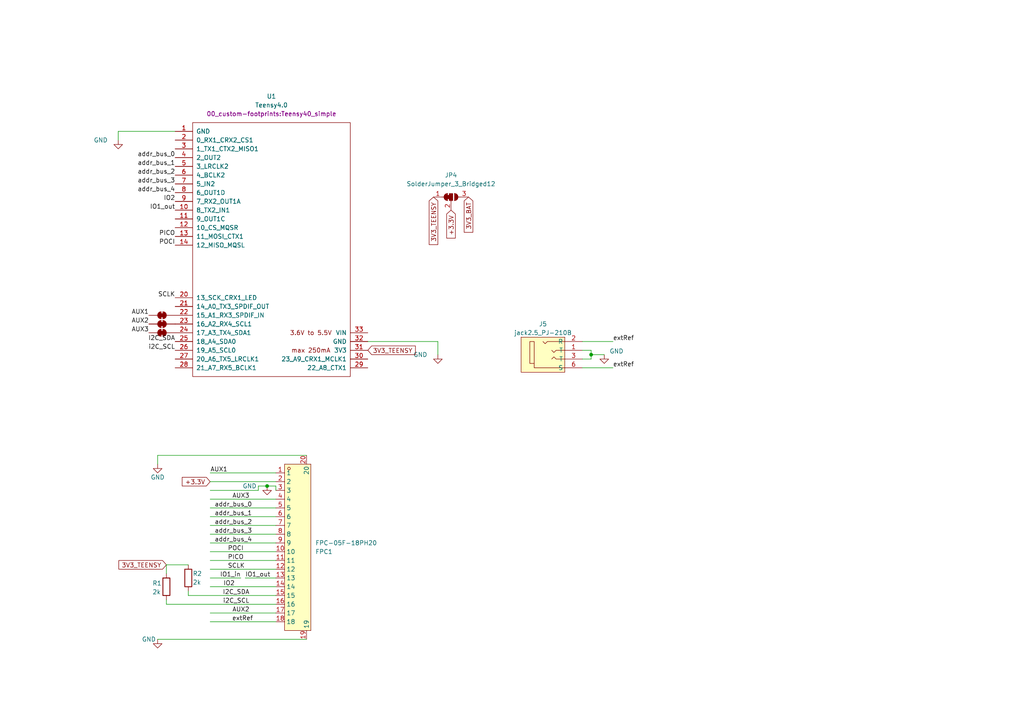
<source format=kicad_sch>
(kicad_sch (version 20231120) (generator "eeschema") (generator_version "8.0")
  (paper "A4")
  (lib_symbols
    (symbol "00_custom:jack2.5_PJ-210B"
      (property "Reference" "J" (at 0 2.54 0))
      (property "Value" "jack2.5_PJ-210B" (at 0 5.08 0))
      (symbol "jack2.5_PJ-210B_0_1"
        (polyline (pts (xy 12.7 -6.35) (xy 10.16 -6.35) (xy 9.525 -5.715) (xy 8.89 -6.35)))
        (polyline (pts (xy 12.7 -3.81) (xy 10.16 -3.81) (xy 9.525 -4.445) (xy 8.89 -3.81)))
        (polyline (pts (xy 12.7 -1.27) (xy 7.62 -1.27) (xy 6.985 -1.905) (xy 6.35 -1.27)))
        (polyline (pts (xy 12.7 -8.89) (xy 3.81 -8.89) (xy 3.81 -1.27) (xy 2.54 -1.27) (xy 2.54 -7.62) (xy 3.81 -7.62)))
        (rectangle (start 12.7 0) (end 0 -10.16) (fill (type background)))
      )
      (symbol "jack2.5_PJ-210B_1_1"
        (pin passive line (at 17.78 -3.81 180) (length 5.08) (name "T") (number "1"))
        (pin passive line (at 17.78 -1.27 180) (length 5.08) (name "R") (number "2"))
        (pin passive line (at 17.78 -6.35 180) (length 5.08) (name "T") (number "3"))
        (pin passive line (at 17.78 -8.89 180) (length 5.08) (name "S") (number "6"))
      )
    )
    (symbol "00_lcsc:FPC-05F-18PH20"
      (property "Reference" "FPC" (at 0 31.75 0))
      (property "Value" "FPC-05F-18PH20" (at 0 -31.75 0))
      (symbol "FPC-05F-18PH20_0_1"
        (rectangle (start -2.54 24.13) (end 5.08 -24.13) (fill (type background)))
        (circle (center -1.27 22.86) (radius 0.38))
        (pin unspecified line (at -5.08 21.59 0) (length 2.54) (name "1") (number "1"))
        (pin unspecified line (at -5.08 -1.27 0) (length 2.54) (name "10") (number "10"))
        (pin unspecified line (at -5.08 -3.81 0) (length 2.54) (name "11") (number "11"))
        (pin unspecified line (at -5.08 -6.35 0) (length 2.54) (name "12") (number "12"))
        (pin unspecified line (at -5.08 -8.89 0) (length 2.54) (name "13") (number "13"))
        (pin unspecified line (at -5.08 -11.43 0) (length 2.54) (name "14") (number "14"))
        (pin unspecified line (at -5.08 -13.97 0) (length 2.54) (name "15") (number "15"))
        (pin unspecified line (at -5.08 -16.51 0) (length 2.54) (name "16") (number "16"))
        (pin unspecified line (at -5.08 -19.05 0) (length 2.54) (name "17") (number "17"))
        (pin unspecified line (at -5.08 -21.59 0) (length 2.54) (name "18") (number "18"))
        (pin unspecified line (at 3.81 -26.67 90) (length 2.54) (name "19") (number "19"))
        (pin unspecified line (at -5.08 19.05 0) (length 2.54) (name "2") (number "2"))
        (pin unspecified line (at 3.81 26.67 270) (length 2.54) (name "20") (number "20"))
        (pin unspecified line (at -5.08 16.51 0) (length 2.54) (name "3") (number "3"))
        (pin unspecified line (at -5.08 13.97 0) (length 2.54) (name "4") (number "4"))
        (pin unspecified line (at -5.08 11.43 0) (length 2.54) (name "5") (number "5"))
        (pin unspecified line (at -5.08 8.89 0) (length 2.54) (name "6") (number "6"))
        (pin unspecified line (at -5.08 6.35 0) (length 2.54) (name "7") (number "7"))
        (pin unspecified line (at -5.08 3.81 0) (length 2.54) (name "8") (number "8"))
        (pin unspecified line (at -5.08 1.27 0) (length 2.54) (name "9") (number "9"))
      )
    )
    (symbol "Device:R" (pin_numbers hide) (pin_names (offset 0))
      (property "Reference" "R" (at 2.032 0 90))
      (property "Value" "R" (at 0 0 90))
      (symbol "R_0_1"
        (rectangle (start -1.016 -2.54) (end 1.016 2.54) (stroke (width 0.254)))
      )
      (symbol "R_1_1"
        (pin passive line (at 0 3.81 270) (length 1.27) (name "~") (number "1"))
        (pin passive line (at 0 -3.81 90) (length 1.27) (name "~") (number "2"))
      )
    )
    (symbol "Jumper:SolderJumper_2_Bridged" (pin_numbers hide) (pin_names (offset 0) hide) (exclude_from_sim yes) (in_bom no)
      (property "Reference" "JP" (at 0 2.032 0))
      (property "Value" "SolderJumper_2_Bridged" (at 0 -2.54 0))
      (symbol "SolderJumper_2_Bridged_0_1"
        (rectangle (start -0.508 0.508) (end 0.508 -0.508) (fill (type outline)))
        (arc (start -0.254 1.016) (mid -1.2656 0) (end -0.254 -1.016))
        (arc (start -0.254 1.016) (mid -1.2656 0) (end -0.254 -1.016) (fill (type outline)))
        (polyline (pts (xy -0.254 1.016) (xy -0.254 -1.016)))
        (polyline (pts (xy 0.254 1.016) (xy 0.254 -1.016)))
        (arc (start 0.254 -1.016) (mid 1.2656 0) (end 0.254 1.016))
        (arc (start 0.254 -1.016) (mid 1.2656 0) (end 0.254 1.016) (fill (type outline)))
      )
      (symbol "SolderJumper_2_Bridged_1_1"
        (pin passive line (at -3.81 0 0) (length 2.54) (name "A") (number "1"))
        (pin passive line (at 3.81 0 180) (length 2.54) (name "B") (number "2"))
      )
    )
    (symbol "Jumper:SolderJumper_3_Bridged12" (pin_names (offset 0) hide) (exclude_from_sim yes) (in_bom no)
      (property "Reference" "JP" (at -2.54 -2.54 0))
      (property "Value" "SolderJumper_3_Bridged12" (at 0 2.794 0))
      (symbol "SolderJumper_3_Bridged12_0_1"
        (rectangle (start -1.016 0.508) (end -0.508 -0.508) (fill (type outline)))
        (arc (start -1.016 1.016) (mid -2.0276 0) (end -1.016 -1.016))
        (arc (start -1.016 1.016) (mid -2.0276 0) (end -1.016 -1.016) (fill (type outline)))
        (rectangle (start -0.508 1.016) (end 0.508 -1.016) (fill (type outline)))
        (polyline (pts (xy -2.54 0) (xy -2.032 0)))
        (polyline (pts (xy -1.016 1.016) (xy -1.016 -1.016)))
        (polyline (pts (xy 0 -1.27) (xy 0 -1.016)))
        (polyline (pts (xy 1.016 1.016) (xy 1.016 -1.016)))
        (polyline (pts (xy 2.54 0) (xy 2.032 0)))
        (arc (start 1.016 -1.016) (mid 2.0276 0) (end 1.016 1.016))
        (arc (start 1.016 -1.016) (mid 2.0276 0) (end 1.016 1.016) (fill (type outline)))
      )
      (symbol "SolderJumper_3_Bridged12_1_1"
        (pin passive line (at -5.08 0 0) (length 2.54) (name "A") (number "1"))
        (pin passive line (at 0 -3.81 90) (length 2.54) (name "C") (number "2"))
        (pin passive line (at 5.08 0 180) (length 2.54) (name "B") (number "3"))
      )
    )
    (symbol "power:GND" (power) (pin_names (offset 0))
      (property "Value" "GND" (at 0 -3.81 0))
      (symbol "GND_0_1"
        (polyline (pts (xy 0 0) (xy 0 -1.27) (xy 1.27 -1.27) (xy 0 -2.54) (xy -1.27 -1.27) (xy 0 -1.27)))
      )
      (symbol "GND_1_1"
        (pin power_in line (at 0 0 270) (length 0) hide (name "GND") (number "1"))
      )
    )
    (symbol "teensy:Teensy4.0_simple" (pin_names (offset 1.016))
      (property "Reference" "U" (at 0 39.37 0))
      (property "Value" "Teensy4.0" (at 0 -39.37 0))
      (property "Footprint" "00_custom-footprints:Teensy40_SMT3" (at -10.16 5.08 0))
      (symbol "Teensy4.0_simple_0_0"
        (text "3.6V to 5.5V" (at 11.43 -24.13 0) (effects (font (size 1.27 1.27))))
        (text "max 250mA" (at 11.43 -29.21 0) (effects (font (size 1.27 1.27))))
        (pin bidirectional line (at -27.94 11.43 0) (length 5.08) (name "8_TX2_IN1") (number "10"))
        (pin bidirectional line (at -27.94 8.89 0) (length 5.08) (name "9_OUT1C") (number "11"))
        (pin bidirectional line (at -27.94 6.35 0) (length 5.08) (name "10_CS_MQSR") (number "12"))
        (pin bidirectional line (at -27.94 3.81 0) (length 5.08) (name "11_MOSI_CTX1") (number "13"))
        (pin bidirectional line (at -27.94 1.27 0) (length 5.08) (name "12_MISO_MQSL") (number "14"))
        (pin bidirectional line (at -27.94 -13.97 0) (length 5.08) (name "13_SCK_CRX1_LED") (number "20"))
        (pin bidirectional line (at -27.94 -16.51 0) (length 5.08) (name "14_A0_TX3_SPDIF_OUT") (number "21"))
        (pin bidirectional line (at -27.94 -19.05 0) (length 5.08) (name "15_A1_RX3_SPDIF_IN") (number "22"))
        (pin bidirectional line (at -27.94 -21.59 0) (length 5.08) (name "16_A2_RX4_SCL1") (number "23"))
        (pin bidirectional line (at -27.94 -24.13 0) (length 5.08) (name "17_A3_TX4_SDA1") (number "24"))
        (pin bidirectional line (at -27.94 -26.67 0) (length 5.08) (name "18_A4_SDA0") (number "25"))
        (pin bidirectional line (at -27.94 -29.21 0) (length 5.08) (name "19_A5_SCL0") (number "26"))
        (pin bidirectional line (at -27.94 -31.75 0) (length 5.08) (name "20_A6_TX5_LRCLK1") (number "27"))
        (pin bidirectional line (at -27.94 -34.29 0) (length 5.08) (name "21_A7_RX5_BCLK1") (number "28"))
        (pin bidirectional line (at 27.94 -34.29 180) (length 5.08) (name "22_A8_CTX1") (number "29"))
        (pin bidirectional line (at 27.94 -31.75 180) (length 5.08) (name "23_A9_CRX1_MCLK1") (number "30"))
        (pin power_out line (at 27.94 -29.21 180) (length 5.08) (name "3V3") (number "31"))
        (pin power_in line (at 27.94 -26.67 180) (length 5.08) (name "GND") (number "32"))
        (pin power_in line (at 27.94 -24.13 180) (length 5.08) (name "VIN") (number "33"))
        (pin bidirectional line (at -27.94 24.13 0) (length 5.08) (name "3_LRCLK2") (number "5"))
        (pin bidirectional line (at -27.94 21.59 0) (length 5.08) (name "4_BCLK2") (number "6"))
        (pin bidirectional line (at -27.94 19.05 0) (length 5.08) (name "5_IN2") (number "7"))
        (pin bidirectional line (at -27.94 16.51 0) (length 5.08) (name "6_OUT1D") (number "8"))
        (pin bidirectional line (at -27.94 13.97 0) (length 5.08) (name "7_RX2_OUT1A") (number "9"))
      )
      (symbol "Teensy4.0_simple_0_1"
        (rectangle (start -22.86 36.83) (end 22.86 -36.83))
        (rectangle (start -20.32 -31.75) (end -20.32 -31.75))
      )
      (symbol "Teensy4.0_simple_1_1"
        (pin power_in line (at -27.94 34.29 0) (length 5.08) (name "GND") (number "1"))
        (pin bidirectional line (at -27.94 31.75 0) (length 5.08) (name "0_RX1_CRX2_CS1") (number "2"))
        (pin bidirectional line (at -27.94 29.21 0) (length 5.08) (name "1_TX1_CTX2_MISO1") (number "3"))
        (pin bidirectional line (at -27.94 26.67 0) (length 5.08) (name "2_OUT2") (number "4"))
      )
    )
  )
  (junction (at 171.45 102.87))
  (junction (at 77.47 140.97))
  (wire (pts (xy 60.96 165.1) (xy 80.01 165.1)))
  (wire (pts (xy 171.45 104.14) (xy 168.91 104.14)))
  (wire (pts (xy 60.96 144.78) (xy 80.01 144.78)))
  (wire (pts (xy 60.96 180.34) (xy 80.01 180.34)))
  (wire (pts (xy 54.61 172.72) (xy 80.01 172.72)))
  (wire (pts (xy 74.93 140.97) (xy 77.47 140.97)))
  (wire (pts (xy 48.26 163.83) (xy 48.26 166.37)))
  (wire (pts (xy 60.96 154.94) (xy 80.01 154.94)))
  (wire (pts (xy 77.47 140.97) (xy 80.01 140.97)))
  (wire (pts (xy 50.8 38.1) (xy 34.29 38.1)))
  (wire (pts (xy 171.45 102.87) (xy 175.26 102.87)))
  (wire (pts (xy 74.93 142.24) (xy 60.96 142.24)))
  (wire (pts (xy 60.96 160.02) (xy 80.01 160.02)))
  (wire (pts (xy 60.96 162.56) (xy 80.01 162.56)))
  (wire (pts (xy 177.8 106.68) (xy 168.91 106.68)))
  (wire (pts (xy 60.96 147.32) (xy 80.01 147.32)))
  (wire (pts (xy 45.72 134.62) (xy 45.72 132.08)))
  (wire (pts (xy 48.26 175.26) (xy 80.01 175.26)))
  (wire (pts (xy 60.96 177.8) (xy 80.01 177.8)))
  (wire (pts (xy 80.01 167.64) (xy 71.12 167.64)))
  (wire (pts (xy 54.61 172.72) (xy 54.61 171.45)))
  (wire (pts (xy 171.45 101.6) (xy 168.91 101.6)))
  (wire (pts (xy 48.26 163.83) (xy 54.61 163.83)))
  (wire (pts (xy 171.45 102.87) (xy 171.45 104.14)))
  (wire (pts (xy 45.72 185.42) (xy 88.9 185.42)))
  (wire (pts (xy 60.96 149.86) (xy 80.01 149.86)))
  (wire (pts (xy 177.8 99.06) (xy 168.91 99.06)))
  (wire (pts (xy 48.26 175.26) (xy 48.26 173.99)))
  (wire (pts (xy 34.29 38.1) (xy 34.29 40.64)))
  (wire (pts (xy 45.72 132.08) (xy 88.9 132.08)))
  (wire (pts (xy 60.96 139.7) (xy 80.01 139.7)))
  (wire (pts (xy 60.96 137.16) (xy 80.01 137.16)))
  (wire (pts (xy 127 99.06) (xy 127 102.87)))
  (wire (pts (xy 106.68 99.06) (xy 127 99.06)))
  (wire (pts (xy 60.96 167.64) (xy 69.85 167.64)))
  (wire (pts (xy 60.96 152.4) (xy 80.01 152.4)))
  (wire (pts (xy 80.01 140.97) (xy 80.01 142.24)))
  (wire (pts (xy 60.96 170.18) (xy 80.01 170.18)))
  (wire (pts (xy 171.45 101.6) (xy 171.45 102.87)))
  (wire (pts (xy 74.93 140.97) (xy 74.93 142.24)))
  (wire (pts (xy 60.96 157.48) (xy 80.01 157.48)))
  (label "i2C_SCL" (at 50.8 101.6 180))
  (label "AUX2" (at 72.39 177.8 180))
  (label "addr_bus_0" (at 62.23 147.32 0))
  (label "addr_bus_0" (at 50.8 45.72 180))
  (label "i2C_SCL" (at 72.39 175.26 180))
  (label "AUX3" (at 72.39 144.78 180))
  (label "IO2" (at 50.8 58.42 180))
  (label "addr_bus_2" (at 62.23 152.4 0))
  (label "extRef" (at 177.8 106.68 0))
  (label "extRef" (at 67.31 180.34 0))
  (label "extRef" (at 177.8 99.06 0))
  (label "IO1_in" (at 69.85 167.64 180))
  (label "IO2" (at 64.77 170.18 0))
  (label "POCI" (at 50.8 71.12 180))
  (label "IO1_out" (at 71.12 167.64 0))
  (label "AUX1" (at 66.04 137.16 180))
  (label "addr_bus_1" (at 50.8 48.26 180))
  (label "addr_bus_2" (at 50.8 50.8 180))
  (label "PICO" (at 50.8 68.58 180))
  (label "SCLK" (at 50.8 86.36 180))
  (label "POCI" (at 66.04 160.02 0))
  (label "I2C_SDA" (at 50.8 99.06 180))
  (label "IO1_out" (at 50.8 60.96 180))
  (label "addr_bus_4" (at 50.8 55.88 180))
  (label "PICO" (at 66.04 162.56 0))
  (label "addr_bus_4" (at 62.23 157.48 0))
  (label "I2C_SDA" (at 72.39 172.72 180))
  (label "AUX3" (at 43.18 96.52 180))
  (label "addr_bus_3" (at 50.8 53.34 180))
  (label "SCLK" (at 66.04 165.1 0))
  (label "addr_bus_1" (at 62.23 149.86 0))
  (label "AUX1" (at 43.18 91.44 180))
  (label "addr_bus_3" (at 62.23 154.94 0))
  (label "AUX2" (at 43.18 93.98 180))
  (global_label "3V3_BAT" (shape input) (at 135.89 57.15 270) (property "Intersheetrefs" "${INTERSHEET_REFS}" (effects (hide yes))))
  (global_label "3V3_TEENSY" (shape input) (at 125.73 57.15 270) (property "Intersheetrefs" "${INTERSHEET_REFS}" (effects (hide yes))))
  (global_label "3V3_TEENSY" (shape input) (at 48.26 163.83 180) (property "Intersheetrefs" "${INTERSHEET_REFS}" (effects (hide yes))))
  (global_label "+3.3V" (shape input) (at 130.81 60.96 270) (property "Intersheetrefs" "${INTERSHEET_REFS}" (effects (hide yes))))
  (global_label "3V3_TEENSY" (shape input) (at 106.68 101.6 0) (property "Intersheetrefs" "${INTERSHEET_REFS}" (effects (hide yes))))
  (global_label "+3.3V" (shape input) (at 60.96 139.7 180) (property "Intersheetrefs" "${INTERSHEET_REFS}" (effects (hide yes))))
  (symbol (lib_id "power:GND") (at 45.72 185.42 0) (unit 1)
    (property "Reference" "#PWR02" (effects (hide yes)))
    (property "Value" "GND" (at 43.18 185.42 0))
  )
  (symbol (lib_id "power:GND") (at 127 102.87 0) (unit 1)
    (property "Reference" "#PWR06" (effects (hide yes)))
    (property "Value" "GND" (at 121.92 102.87 0))
  )
  (symbol (lib_id "power:GND") (at 45.72 134.62 0) (unit 1)
    (property "Reference" "#PWR01" (effects (hide yes)))
    (property "Value" "GND" (at 45.72 138.43 0))
  )
  (symbol (lib_id "Jumper:SolderJumper_2_Bridged") (at 46.99 91.44 0) (unit 1) (exclude_from_sim yes) (in_bom no)
    (property "Reference" "JP1" (effects (hide yes)))
    (property "Value" "SolderJumper_2_Bridged" (effects (hide yes)))
    (property "Footprint" "Jumper:SolderJumper-2_P1.3mm_Bridged_RoundedPad1.0x1.5mm" (effects (hide yes)))
    (property "Description" "Solder Jumper, 2-pole, closed/bridged" (effects (hide yes)))
  )
  (symbol (lib_id "Jumper:SolderJumper_2_Bridged") (at 46.99 96.52 0) (unit 1) (exclude_from_sim yes) (in_bom no)
    (property "Reference" "JP3" (effects (hide yes)))
    (property "Value" "SolderJumper_2_Bridged" (effects (hide yes)))
    (property "Footprint" "Jumper:SolderJumper-2_P1.3mm_Bridged_RoundedPad1.0x1.5mm" (effects (hide yes)))
    (property "Description" "Solder Jumper, 2-pole, closed/bridged" (effects (hide yes)))
  )
  (symbol (lib_id "power:GND") (at 175.26 102.87 0) (unit 1)
    (property "Reference" "#PWR07" (effects (hide yes)))
    (property "Value" "GND" (at 178.816 101.854 0))
  )
  (symbol (lib_id "Device:R") (at 48.26 170.18 0) (unit 1)
    (property "Reference" "R1" (at 44.196 169.164 0) (effects (justify left)))
    (property "Value" "2k" (at 44.196 171.704 0) (effects (justify left)))
    (property "Footprint" "Resistor_SMD:R_0402_1005Metric_Pad0.72x0.64mm_HandSolder" (effects (hide yes)))
    (property "Description" "Resistor" (effects (hide yes)))
    (property "LCSC Part" "C4109" (effects (hide yes)))
  )
  (symbol (lib_id "Jumper:SolderJumper_3_Bridged12") (at 130.81 57.15 0) (unit 1) (exclude_from_sim yes) (in_bom no)
    (property "Reference" "JP4" (at 130.81 50.8 0))
    (property "Value" "SolderJumper_3_Bridged12" (at 130.81 53.34 0))
    (property "Footprint" "Jumper:SolderJumper-3_P1.3mm_Bridged12_Pad1.0x1.5mm" (effects (hide yes)))
    (property "Description" "3-pole Solder Jumper, pins 1+2 closed/bridged" (effects (hide yes)))
  )
  (symbol (lib_id "Jumper:SolderJumper_2_Bridged") (at 46.99 93.98 0) (unit 1) (exclude_from_sim yes) (in_bom no)
    (property "Reference" "JP2" (effects (hide yes)))
    (property "Value" "SolderJumper_2_Bridged" (effects (hide yes)))
    (property "Footprint" "Jumper:SolderJumper-2_P1.3mm_Bridged_RoundedPad1.0x1.5mm" (effects (hide yes)))
    (property "Description" "Solder Jumper, 2-pole, closed/bridged" (effects (hide yes)))
  )
  (symbol (lib_id "00_lcsc:FPC-05F-18PH20") (at 85.09 158.75 0) (unit 1)
    (property "Reference" "FPC1" (at 91.44 160.0201 0) (effects (justify left)))
    (property "Value" "FPC-05F-18PH20" (at 91.44 157.4801 0) (effects (justify left)))
    (property "Footprint" "00_lcsc:FPC-SMD_18P-P0.50_X05C2018TZ" (effects (hide yes)))
    (property "LCSC Part" "C397324" (effects (hide yes)))
  )
  (symbol (lib_id "Device:R") (at 54.61 167.64 0) (unit 1)
    (property "Reference" "R2" (at 55.88 166.37 0) (effects (justify left)))
    (property "Value" "2k" (at 55.88 168.91 0) (effects (justify left)))
    (property "Footprint" "Resistor_SMD:R_0402_1005Metric_Pad0.72x0.64mm_HandSolder" (effects (hide yes)))
    (property "Description" "Resistor" (effects (hide yes)))
    (property "LCSC Part" "C4109" (effects (hide yes)))
  )
  (symbol (lib_id "power:GND") (at 77.47 140.97 0) (unit 1)
    (property "Reference" "#PWR04" (effects (hide yes)))
    (property "Value" "GND" (at 72.39 140.97 0))
  )
  (symbol (lib_id "teensy:Teensy4.0_simple") (at 78.74 72.39 0) (unit 1)
    (property "Reference" "U1" (at 78.74 27.94 0))
    (property "Value" "Teensy4.0" (at 78.74 30.48 0))
    (property "Footprint" "00_custom-footprints:Teensy40_simple" (at 78.74 33.02 0))
  )
  (symbol (lib_id "00_custom:jack2.5_PJ-210B") (at 151.13 97.79 0) (unit 1)
    (property "Reference" "J5" (at 157.48 93.98 0))
    (property "Value" "jack2.5_PJ-210B" (at 157.48 96.52 0))
    (property "Footprint" "00_custom-footprints:Jack_Socket_PJ-210B" (effects (hide yes)))
  )
  (symbol (lib_id "power:GND") (at 34.29 40.64 0) (unit 1)
    (property "Reference" "#PWR05" (effects (hide yes)))
    (property "Value" "GND" (at 29.21 40.64 0))
  )
)
</source>
